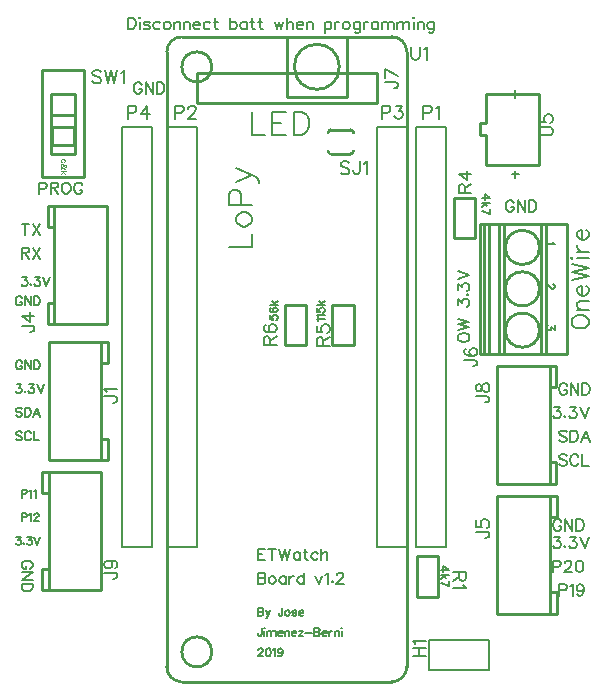
<source format=gto>
G04 Layer: TopSilkLayer*
G04 EasyEDA v6.1.49, Tue, 11 Jun 2019 08:39:05 GMT*
G04 95c1c70a206543ea8c01bf924e9efc33,195b170a8e6c43a181dcefc3e1346bee,10*
G04 Gerber Generator version 0.2*
G04 Scale: 100 percent, Rotated: No, Reflected: No *
G04 Dimensions in millimeters *
G04 leading zeros omitted , absolute positions ,3 integer and 3 decimal *
%FSLAX33Y33*%
%MOMM*%
G90*
G71D02*

%ADD10C,0.254000*%
%ADD29C,0.203200*%
%ADD30C,0.202999*%
%ADD31C,0.228600*%
%ADD32C,0.177800*%
%ADD33C,0.152400*%
%ADD34C,0.100000*%

%LPD*%
G54D10*
G01X42498Y17498D02*
G01X44479Y17498D01*
G01X41990Y27506D02*
G01X44987Y27506D01*
G01X45698Y27506D02*
G01X45698Y25702D01*
G01X46282Y25702D01*
G01X46282Y27506D01*
G01X45698Y27506D01*
G01X41278Y27506D01*
G01X41278Y17498D01*
G01X45698Y17498D01*
G01X45698Y19302D01*
G01X46282Y19302D01*
G01X46282Y17498D01*
G01X45698Y17498D01*
G01X45698Y19302D02*
G01X45698Y25702D01*
G01X6987Y41012D02*
G01X5006Y41012D01*
G01X7495Y31004D02*
G01X4498Y31004D01*
G01X3786Y31004D02*
G01X3786Y32808D01*
G01X3202Y32808D01*
G01X3202Y31004D01*
G01X3786Y31004D01*
G01X8206Y31004D01*
G01X8206Y41012D01*
G01X3786Y41012D01*
G01X3786Y39208D01*
G01X3202Y39208D01*
G01X3202Y41012D01*
G01X3786Y41012D01*
G01X3786Y39208D02*
G01X3786Y32808D01*
G01X42506Y6496D02*
G01X44487Y6496D01*
G01X41998Y16503D02*
G01X44995Y16503D01*
G01X45706Y16503D02*
G01X45706Y14700D01*
G01X46290Y14700D01*
G01X46290Y16503D01*
G01X45706Y16503D01*
G01X41287Y16503D01*
G01X41287Y6496D01*
G01X45706Y6496D01*
G01X45706Y8299D01*
G01X46290Y8299D01*
G01X46290Y6496D01*
G01X45706Y6496D01*
G01X45706Y8299D02*
G01X45706Y14700D01*
G01X6485Y18518D02*
G01X4504Y18518D01*
G01X6993Y8510D02*
G01X3996Y8510D01*
G01X3285Y8510D02*
G01X3285Y10314D01*
G01X2701Y10314D01*
G01X2701Y8510D01*
G01X3285Y8510D01*
G01X7704Y8510D01*
G01X7704Y18518D01*
G01X3285Y18518D01*
G01X3285Y16715D01*
G01X2701Y16715D01*
G01X2701Y18518D01*
G01X3285Y18518D01*
G01X3285Y16715D02*
G01X3285Y10314D01*
G54D29*
G01X36917Y12160D02*
G01X34377Y12160D01*
G01X34377Y47720D01*
G01X36917Y47720D01*
G01X36917Y45815D01*
G54D30*
G01X36917Y12160D02*
G01X36917Y45815D01*
G54D29*
G01X15835Y12160D02*
G01X13295Y12160D01*
G01X13295Y47720D01*
G01X15835Y47720D01*
G01X15835Y45815D01*
G54D30*
G01X15835Y12160D02*
G01X15835Y45815D01*
G54D29*
G01X33615Y12160D02*
G01X31075Y12160D01*
G01X31075Y47720D01*
G01X33615Y47720D01*
G01X33615Y45815D01*
G54D30*
G01X33615Y12160D02*
G01X33615Y45815D01*
G54D29*
G01X12025Y12160D02*
G01X9485Y12160D01*
G01X9485Y47720D01*
G01X12025Y47720D01*
G01X12025Y45815D01*
G54D30*
G01X12025Y12160D02*
G01X12025Y45815D01*
G54D10*
G01X31118Y52267D02*
G01X31118Y49727D01*
G01X15878Y49727D01*
G01X15878Y52267D01*
G01X31118Y52267D01*
G01X27215Y47466D02*
G01X28840Y47466D01*
G01X28840Y45434D02*
G01X27215Y45434D01*
G01X45410Y28491D02*
G01X44953Y28491D01*
G01X41879Y28491D01*
G01X41879Y39515D01*
G01X44953Y39515D01*
G01X45410Y39515D01*
G01X47162Y39515D01*
G01X47162Y28491D01*
G01X45410Y28491D01*
G01X45410Y39515D01*
G01X40584Y28491D02*
G01X40152Y28491D01*
G01X40152Y39515D01*
G01X40584Y39515D01*
G01X40584Y28491D01*
G01X41397Y28491D01*
G01X41397Y39515D01*
G01X41879Y39515D01*
G01X41879Y28491D02*
G01X41397Y28491D01*
G01X44953Y28491D02*
G01X44953Y39515D01*
G01X41397Y39515D02*
G01X40584Y39515D01*
G01X40152Y39515D02*
G01X39847Y39515D01*
G01X39847Y28491D01*
G01X40152Y28491D01*
G01X44114Y36289D02*
G01X44114Y36315D01*
G01X44114Y32809D02*
G01X44114Y32809D01*
G01X44114Y29304D02*
G01X44114Y29304D01*
G01X40298Y44502D02*
G01X40298Y46992D01*
G01X40298Y46992D02*
G01X39790Y46992D01*
G01X39790Y46992D02*
G01X39790Y48008D01*
G01X39790Y48008D02*
G01X40298Y48008D01*
G01X40298Y48008D02*
G01X40298Y50497D01*
G01X40298Y50497D02*
G01X44793Y50497D01*
G01X44793Y50497D02*
G01X44793Y44502D01*
G01X44793Y44502D02*
G01X40298Y44502D01*
G01X4509Y19496D02*
G01X6490Y19496D01*
G01X4001Y29503D02*
G01X6998Y29503D01*
G01X7709Y29503D02*
G01X7709Y27700D01*
G01X8293Y27700D01*
G01X8293Y29503D01*
G01X7709Y29503D01*
G01X3290Y29503D01*
G01X3290Y19496D01*
G01X7709Y19496D01*
G01X7709Y21299D01*
G01X8293Y21299D01*
G01X8293Y19496D01*
G01X7709Y19496D01*
G01X7709Y21299D02*
G01X7709Y27700D01*
G01X23455Y55340D02*
G01X23455Y50260D01*
G01X28535Y50260D01*
G01X28535Y55340D01*
G01X23455Y55340D01*
G01X13295Y54070D02*
G01X13295Y2000D01*
G01X14565Y730D02*
G01X32345Y730D01*
G01X33615Y2000D02*
G01X33615Y54070D01*
G01X32345Y55340D02*
G01X14565Y55340D01*
G54D31*
G01X37600Y38300D02*
G01X37600Y41700D01*
G01X39399Y41700D01*
G01X39399Y38300D01*
G01X37600Y38300D01*
G01X27307Y29220D02*
G01X27307Y32620D01*
G01X29107Y32620D01*
G01X29107Y29220D01*
G01X27307Y29220D01*
G01X25106Y32622D02*
G01X25106Y29222D01*
G01X23306Y29222D01*
G01X23306Y32622D01*
G01X25106Y32622D01*
G54D29*
G01X40540Y4270D02*
G01X40540Y1730D01*
G01X35460Y1730D01*
G01X35460Y4270D01*
G01X37365Y4270D01*
G54D30*
G01X40540Y4270D02*
G01X37365Y4270D01*
G54D31*
G01X36259Y11350D02*
G01X36259Y7950D01*
G01X34459Y7950D01*
G01X34459Y11350D01*
G01X36259Y11350D01*
G54D10*
G01X5399Y47700D02*
G01X5399Y46200D01*
G01X3599Y46200D01*
G01X3599Y47700D01*
G01X5399Y47700D01*
G01X5515Y48762D02*
G01X3483Y48762D01*
G01X5515Y50540D02*
G01X5515Y45460D01*
G01X3483Y45460D01*
G01X3483Y50540D01*
G01X5515Y50540D01*
G01X2699Y43500D02*
G01X2699Y52500D01*
G01X2699Y52500D02*
G01X6299Y52500D01*
G01X6300Y43500D02*
G01X2699Y43500D01*
G01X6300Y52500D02*
G01X6299Y43500D01*
G54D32*
G01X39499Y24930D02*
G01X40330Y24930D01*
G01X40485Y24877D01*
G01X40538Y24826D01*
G01X40589Y24722D01*
G01X40589Y24618D01*
G01X40538Y24514D01*
G01X40485Y24460D01*
G01X40330Y24410D01*
G01X40226Y24410D01*
G01X39499Y25532D02*
G01X39550Y25375D01*
G01X39654Y25324D01*
G01X39758Y25324D01*
G01X39863Y25375D01*
G01X39913Y25479D01*
G01X39967Y25687D01*
G01X40018Y25845D01*
G01X40122Y25946D01*
G01X40226Y26000D01*
G01X40381Y26000D01*
G01X40485Y25946D01*
G01X40538Y25895D01*
G01X40589Y25740D01*
G01X40589Y25532D01*
G01X40538Y25375D01*
G01X40485Y25324D01*
G01X40381Y25273D01*
G01X40226Y25273D01*
G01X40122Y25324D01*
G01X40018Y25428D01*
G01X39967Y25583D01*
G01X39913Y25791D01*
G01X39863Y25895D01*
G01X39758Y25946D01*
G01X39654Y25946D01*
G01X39550Y25895D01*
G01X39499Y25740D01*
G01X39499Y25532D01*
G01X999Y30879D02*
G01X1830Y30879D01*
G01X1985Y30826D01*
G01X2038Y30775D01*
G01X2089Y30671D01*
G01X2089Y30567D01*
G01X2038Y30463D01*
G01X1985Y30410D01*
G01X1830Y30359D01*
G01X1726Y30359D01*
G01X999Y31741D02*
G01X1726Y31222D01*
G01X1726Y32000D01*
G01X999Y31741D02*
G01X2089Y31741D01*
G01X39499Y13430D02*
G01X40330Y13430D01*
G01X40485Y13377D01*
G01X40538Y13326D01*
G01X40589Y13222D01*
G01X40589Y13118D01*
G01X40538Y13014D01*
G01X40485Y12960D01*
G01X40330Y12910D01*
G01X40226Y12910D01*
G01X39499Y14396D02*
G01X39499Y13875D01*
G01X39967Y13824D01*
G01X39913Y13875D01*
G01X39863Y14032D01*
G01X39863Y14187D01*
G01X39913Y14345D01*
G01X40018Y14446D01*
G01X40173Y14500D01*
G01X40277Y14500D01*
G01X40434Y14446D01*
G01X40538Y14345D01*
G01X40589Y14187D01*
G01X40589Y14032D01*
G01X40538Y13875D01*
G01X40485Y13824D01*
G01X40381Y13773D01*
G01X8000Y9984D02*
G01X8830Y9984D01*
G01X8985Y9930D01*
G01X9038Y9879D01*
G01X9089Y9775D01*
G01X9089Y9671D01*
G01X9038Y9567D01*
G01X8985Y9514D01*
G01X8830Y9463D01*
G01X8726Y9463D01*
G01X8363Y11000D02*
G01X8518Y10949D01*
G01X8622Y10845D01*
G01X8673Y10690D01*
G01X8673Y10637D01*
G01X8622Y10481D01*
G01X8518Y10377D01*
G01X8363Y10327D01*
G01X8309Y10327D01*
G01X8154Y10377D01*
G01X8050Y10481D01*
G01X8000Y10637D01*
G01X8000Y10690D01*
G01X8050Y10845D01*
G01X8154Y10949D01*
G01X8363Y11000D01*
G01X8622Y11000D01*
G01X8881Y10949D01*
G01X9038Y10845D01*
G01X9089Y10690D01*
G01X9089Y10586D01*
G01X9038Y10428D01*
G01X8934Y10377D01*
G01X34999Y49500D02*
G01X34999Y48410D01*
G01X34999Y49500D02*
G01X35467Y49500D01*
G01X35622Y49449D01*
G01X35675Y49398D01*
G01X35726Y49294D01*
G01X35726Y49136D01*
G01X35675Y49032D01*
G01X35622Y48981D01*
G01X35467Y48928D01*
G01X34999Y48928D01*
G01X36069Y49294D02*
G01X36173Y49345D01*
G01X36330Y49500D01*
G01X36330Y48410D01*
G01X14000Y49500D02*
G01X14000Y48410D01*
G01X14000Y49500D02*
G01X14467Y49500D01*
G01X14622Y49449D01*
G01X14675Y49398D01*
G01X14726Y49294D01*
G01X14726Y49136D01*
G01X14675Y49032D01*
G01X14622Y48981D01*
G01X14467Y48928D01*
G01X14000Y48928D01*
G01X15122Y49241D02*
G01X15122Y49294D01*
G01X15173Y49398D01*
G01X15226Y49449D01*
G01X15331Y49500D01*
G01X15536Y49500D01*
G01X15640Y49449D01*
G01X15694Y49398D01*
G01X15745Y49294D01*
G01X15745Y49190D01*
G01X15694Y49086D01*
G01X15590Y48928D01*
G01X15069Y48410D01*
G01X15798Y48410D01*
G01X31499Y49500D02*
G01X31499Y48410D01*
G01X31499Y49500D02*
G01X31967Y49500D01*
G01X32122Y49449D01*
G01X32175Y49398D01*
G01X32226Y49294D01*
G01X32226Y49136D01*
G01X32175Y49032D01*
G01X32122Y48981D01*
G01X31967Y48928D01*
G01X31499Y48928D01*
G01X32673Y49500D02*
G01X33244Y49500D01*
G01X32935Y49086D01*
G01X33090Y49086D01*
G01X33194Y49032D01*
G01X33244Y48981D01*
G01X33298Y48827D01*
G01X33298Y48722D01*
G01X33244Y48565D01*
G01X33140Y48461D01*
G01X32985Y48410D01*
G01X32830Y48410D01*
G01X32673Y48461D01*
G01X32622Y48514D01*
G01X32569Y48618D01*
G01X9999Y49500D02*
G01X9999Y48410D01*
G01X9999Y49500D02*
G01X10467Y49500D01*
G01X10622Y49449D01*
G01X10675Y49398D01*
G01X10726Y49294D01*
G01X10726Y49136D01*
G01X10675Y49032D01*
G01X10622Y48981D01*
G01X10467Y48928D01*
G01X9999Y48928D01*
G01X11590Y49500D02*
G01X11069Y48773D01*
G01X11849Y48773D01*
G01X11590Y49500D02*
G01X11590Y48410D01*
G01X31766Y51516D02*
G01X32596Y51516D01*
G01X32751Y51462D01*
G01X32804Y51412D01*
G01X32855Y51307D01*
G01X32855Y51203D01*
G01X32804Y51099D01*
G01X32751Y51046D01*
G01X32596Y50995D01*
G01X32492Y50995D01*
G01X31766Y52585D02*
G01X32855Y52064D01*
G01X31766Y51859D02*
G01X31766Y52585D01*
G01X28754Y44631D02*
G01X28650Y44735D01*
G01X28495Y44786D01*
G01X28287Y44786D01*
G01X28132Y44735D01*
G01X28027Y44631D01*
G01X28027Y44527D01*
G01X28078Y44423D01*
G01X28132Y44372D01*
G01X28236Y44319D01*
G01X28548Y44214D01*
G01X28650Y44164D01*
G01X28703Y44113D01*
G01X28754Y44009D01*
G01X28754Y43851D01*
G01X28650Y43747D01*
G01X28495Y43696D01*
G01X28287Y43696D01*
G01X28132Y43747D01*
G01X28027Y43851D01*
G01X29618Y44786D02*
G01X29618Y43955D01*
G01X29564Y43800D01*
G01X29513Y43747D01*
G01X29409Y43696D01*
G01X29305Y43696D01*
G01X29201Y43747D01*
G01X29150Y43800D01*
G01X29097Y43955D01*
G01X29097Y44059D01*
G01X29960Y44580D02*
G01X30065Y44631D01*
G01X30220Y44786D01*
G01X30220Y43696D01*
G01X38499Y27984D02*
G01X39330Y27984D01*
G01X39485Y27930D01*
G01X39538Y27880D01*
G01X39589Y27775D01*
G01X39589Y27671D01*
G01X39538Y27567D01*
G01X39485Y27514D01*
G01X39330Y27463D01*
G01X39226Y27463D01*
G01X38654Y28949D02*
G01X38550Y28898D01*
G01X38499Y28741D01*
G01X38499Y28636D01*
G01X38550Y28481D01*
G01X38705Y28377D01*
G01X38967Y28327D01*
G01X39226Y28327D01*
G01X39434Y28377D01*
G01X39538Y28481D01*
G01X39589Y28636D01*
G01X39589Y28690D01*
G01X39538Y28845D01*
G01X39434Y28949D01*
G01X39277Y29000D01*
G01X39226Y29000D01*
G01X39071Y28949D01*
G01X38967Y28845D01*
G01X38913Y28690D01*
G01X38913Y28636D01*
G01X38967Y28481D01*
G01X39071Y28377D01*
G01X39226Y28327D01*
G54D33*
G01X45991Y37966D02*
G01X46027Y37897D01*
G01X46131Y37793D01*
G01X45402Y37793D01*
G01X45956Y34425D02*
G01X45991Y34425D01*
G01X46060Y34392D01*
G01X46096Y34356D01*
G01X46131Y34288D01*
G01X46131Y34148D01*
G01X46096Y34079D01*
G01X46060Y34044D01*
G01X45991Y34011D01*
G01X45923Y34011D01*
G01X45854Y34044D01*
G01X45750Y34115D01*
G01X45402Y34460D01*
G01X45402Y33975D01*
G01X46131Y30912D02*
G01X46131Y30531D01*
G01X45854Y30739D01*
G01X45854Y30635D01*
G01X45819Y30564D01*
G01X45783Y30531D01*
G01X45679Y30495D01*
G01X45610Y30495D01*
G01X45506Y30531D01*
G01X45438Y30600D01*
G01X45402Y30704D01*
G01X45402Y30808D01*
G01X45438Y30912D01*
G01X45473Y30945D01*
G01X45542Y30981D01*
G01X44893Y46992D02*
G01X45670Y46992D01*
G01X45827Y47042D01*
G01X45931Y47147D01*
G01X45982Y47304D01*
G01X45982Y47408D01*
G01X45931Y47563D01*
G01X45827Y47667D01*
G01X45670Y47718D01*
G01X44893Y47718D01*
G01X44893Y48686D02*
G01X44893Y48165D01*
G01X45360Y48114D01*
G01X45307Y48165D01*
G01X45256Y48323D01*
G01X45256Y48478D01*
G01X45307Y48632D01*
G01X45411Y48737D01*
G01X45566Y48790D01*
G01X45670Y48790D01*
G01X45827Y48737D01*
G01X45931Y48632D01*
G01X45982Y48478D01*
G01X45982Y48323D01*
G01X45931Y48165D01*
G01X45878Y48114D01*
G01X45774Y48061D01*
G01X43124Y43687D02*
G01X42500Y43687D01*
G01X42812Y44000D02*
G01X42812Y43377D01*
G01X42761Y50802D02*
G01X42761Y50179D01*
G01X8000Y24898D02*
G01X8830Y24898D01*
G01X8985Y24844D01*
G01X9038Y24794D01*
G01X9089Y24689D01*
G01X9089Y24585D01*
G01X9038Y24481D01*
G01X8985Y24428D01*
G01X8830Y24377D01*
G01X8726Y24377D01*
G01X8205Y25241D02*
G01X8154Y25342D01*
G01X8000Y25500D01*
G01X9089Y25500D01*
G54D32*
G01X33999Y54500D02*
G01X33999Y53722D01*
G01X34050Y53565D01*
G01X34154Y53461D01*
G01X34312Y53410D01*
G01X34416Y53410D01*
G01X34571Y53461D01*
G01X34675Y53565D01*
G01X34726Y53722D01*
G01X34726Y54500D01*
G01X35069Y54294D02*
G01X35173Y54345D01*
G01X35330Y54500D01*
G01X35330Y53410D01*
G54D29*
G01X18538Y37560D02*
G01X20476Y37560D01*
G01X20476Y37560D02*
G01X20476Y38667D01*
G01X19183Y39739D02*
G01X19277Y39554D01*
G01X19460Y39371D01*
G01X19737Y39277D01*
G01X19922Y39277D01*
G01X20199Y39371D01*
G01X20385Y39554D01*
G01X20476Y39739D01*
G01X20476Y40016D01*
G01X20385Y40201D01*
G01X20199Y40387D01*
G01X19922Y40478D01*
G01X19737Y40478D01*
G01X19460Y40387D01*
G01X19277Y40201D01*
G01X19183Y40016D01*
G01X19183Y39739D01*
G01X18538Y41088D02*
G01X20476Y41088D01*
G01X18538Y41088D02*
G01X18538Y41918D01*
G01X18629Y42195D01*
G01X18721Y42289D01*
G01X18906Y42381D01*
G01X19183Y42381D01*
G01X19369Y42289D01*
G01X19460Y42195D01*
G01X19554Y41918D01*
G01X19554Y41088D01*
G01X19183Y43084D02*
G01X20476Y43638D01*
G01X19183Y44192D02*
G01X20476Y43638D01*
G01X20847Y43452D01*
G01X21030Y43267D01*
G01X21124Y43084D01*
G01X21124Y42990D01*
G54D33*
G01X38000Y42150D02*
G01X39092Y42150D01*
G01X38000Y42150D02*
G01X38000Y42618D01*
G01X38053Y42773D01*
G01X38104Y42826D01*
G01X38208Y42877D01*
G01X38312Y42877D01*
G01X38416Y42826D01*
G01X38467Y42773D01*
G01X38520Y42618D01*
G01X38520Y42150D01*
G01X38520Y42514D02*
G01X39092Y42877D01*
G01X38000Y43741D02*
G01X38729Y43220D01*
G01X38729Y44000D01*
G01X38000Y43741D02*
G01X39092Y43741D01*
G01X40668Y41680D02*
G01X40223Y42000D01*
G01X40223Y41522D01*
G01X40668Y41680D02*
G01X40000Y41680D01*
G01X40668Y41311D02*
G01X40000Y41311D01*
G01X40447Y40994D02*
G01X40127Y41311D01*
G01X40256Y41184D02*
G01X40000Y40961D01*
G01X40668Y40305D02*
G01X40000Y40623D01*
G01X40668Y40750D02*
G01X40668Y40305D01*
G01X25999Y29201D02*
G01X27092Y29201D01*
G01X25999Y29201D02*
G01X25999Y29669D01*
G01X26053Y29824D01*
G01X26104Y29877D01*
G01X26208Y29928D01*
G01X26312Y29928D01*
G01X26416Y29877D01*
G01X26467Y29824D01*
G01X26520Y29669D01*
G01X26520Y29201D01*
G01X26520Y29565D02*
G01X27092Y29928D01*
G01X25999Y30895D02*
G01X25999Y30375D01*
G01X26467Y30324D01*
G01X26416Y30375D01*
G01X26363Y30532D01*
G01X26363Y30687D01*
G01X26416Y30842D01*
G01X26520Y30946D01*
G01X26675Y31000D01*
G01X26779Y31000D01*
G01X26934Y30946D01*
G01X27038Y30842D01*
G01X27092Y30687D01*
G01X27092Y30532D01*
G01X27038Y30375D01*
G01X26988Y30324D01*
G01X26883Y30271D01*
G01X26126Y31257D02*
G01X26096Y31321D01*
G01X25999Y31417D01*
G01X26668Y31417D01*
G01X26126Y31625D02*
G01X26096Y31689D01*
G01X25999Y31786D01*
G01X26668Y31786D01*
G01X25999Y32377D02*
G01X25999Y32060D01*
G01X26287Y32027D01*
G01X26253Y32060D01*
G01X26223Y32154D01*
G01X26223Y32250D01*
G01X26253Y32344D01*
G01X26320Y32408D01*
G01X26414Y32441D01*
G01X26477Y32441D01*
G01X26574Y32408D01*
G01X26637Y32344D01*
G01X26668Y32250D01*
G01X26668Y32154D01*
G01X26637Y32060D01*
G01X26604Y32027D01*
G01X26541Y31996D01*
G01X25999Y32652D02*
G01X26668Y32652D01*
G01X26223Y32969D02*
G01X26541Y32652D01*
G01X26414Y32779D02*
G01X26668Y33000D01*
G01X21499Y29255D02*
G01X22592Y29255D01*
G01X21499Y29255D02*
G01X21499Y29722D01*
G01X21553Y29877D01*
G01X21604Y29930D01*
G01X21708Y29981D01*
G01X21812Y29981D01*
G01X21916Y29930D01*
G01X21967Y29877D01*
G01X22020Y29722D01*
G01X22020Y29255D01*
G01X22020Y29618D02*
G01X22592Y29981D01*
G01X21657Y30949D02*
G01X21553Y30895D01*
G01X21499Y30741D01*
G01X21499Y30636D01*
G01X21553Y30481D01*
G01X21708Y30377D01*
G01X21967Y30324D01*
G01X22228Y30324D01*
G01X22434Y30377D01*
G01X22538Y30481D01*
G01X22592Y30636D01*
G01X22592Y30690D01*
G01X22538Y30845D01*
G01X22434Y30949D01*
G01X22279Y31000D01*
G01X22228Y31000D01*
G01X22071Y30949D01*
G01X21967Y30845D01*
G01X21916Y30690D01*
G01X21916Y30636D01*
G01X21967Y30481D01*
G01X22071Y30377D01*
G01X22228Y30324D01*
G01X21999Y31752D02*
G01X21999Y31432D01*
G01X22287Y31402D01*
G01X22253Y31432D01*
G01X22223Y31529D01*
G01X22223Y31623D01*
G01X22253Y31719D01*
G01X22320Y31783D01*
G01X22414Y31816D01*
G01X22477Y31816D01*
G01X22574Y31783D01*
G01X22637Y31719D01*
G01X22668Y31623D01*
G01X22668Y31529D01*
G01X22637Y31432D01*
G01X22604Y31402D01*
G01X22541Y31369D01*
G01X22096Y32408D02*
G01X22033Y32375D01*
G01X21999Y32278D01*
G01X21999Y32215D01*
G01X22033Y32121D01*
G01X22126Y32057D01*
G01X22287Y32024D01*
G01X22447Y32024D01*
G01X22574Y32057D01*
G01X22637Y32121D01*
G01X22668Y32215D01*
G01X22668Y32248D01*
G01X22637Y32344D01*
G01X22574Y32408D01*
G01X22477Y32438D01*
G01X22447Y32438D01*
G01X22350Y32408D01*
G01X22287Y32344D01*
G01X22253Y32248D01*
G01X22253Y32215D01*
G01X22287Y32121D01*
G01X22350Y32057D01*
G01X22447Y32024D01*
G01X21999Y32649D02*
G01X22668Y32649D01*
G01X22223Y32967D02*
G01X22541Y32649D01*
G01X22414Y32776D02*
G01X22668Y33000D01*
G01X34116Y2873D02*
G01X35206Y2873D01*
G01X34116Y3599D02*
G01X35206Y3599D01*
G01X34634Y2873D02*
G01X34634Y3599D01*
G01X34322Y3942D02*
G01X34271Y4046D01*
G01X34116Y4204D01*
G01X35206Y4204D01*
G01X38592Y10000D02*
G01X37500Y10000D01*
G01X38592Y10000D02*
G01X38592Y9532D01*
G01X38538Y9377D01*
G01X38488Y9324D01*
G01X38383Y9273D01*
G01X38279Y9273D01*
G01X38175Y9324D01*
G01X38124Y9377D01*
G01X38071Y9532D01*
G01X38071Y10000D01*
G01X38071Y9636D02*
G01X37500Y9273D01*
G01X38383Y8930D02*
G01X38434Y8826D01*
G01X38592Y8669D01*
G01X37500Y8669D01*
G01X37167Y10182D02*
G01X36720Y10500D01*
G01X36720Y10022D01*
G01X37167Y10182D02*
G01X36499Y10182D01*
G01X37167Y9814D02*
G01X36499Y9814D01*
G01X36944Y9494D02*
G01X36626Y9814D01*
G01X36753Y9687D02*
G01X36499Y9463D01*
G01X37167Y8808D02*
G01X36499Y9126D01*
G01X37167Y9253D02*
G01X37167Y8808D01*
G01X7726Y52345D02*
G01X7622Y52449D01*
G01X7467Y52500D01*
G01X7259Y52500D01*
G01X7104Y52449D01*
G01X6999Y52345D01*
G01X6999Y52241D01*
G01X7050Y52136D01*
G01X7104Y52086D01*
G01X7208Y52032D01*
G01X7520Y51928D01*
G01X7622Y51877D01*
G01X7675Y51824D01*
G01X7726Y51720D01*
G01X7726Y51565D01*
G01X7622Y51461D01*
G01X7467Y51410D01*
G01X7259Y51410D01*
G01X7104Y51461D01*
G01X6999Y51565D01*
G01X8069Y52500D02*
G01X8330Y51410D01*
G01X8590Y52500D02*
G01X8330Y51410D01*
G01X8590Y52500D02*
G01X8849Y51410D01*
G01X9108Y52500D02*
G01X8849Y51410D01*
G01X9451Y52291D02*
G01X9555Y52345D01*
G01X9712Y52500D01*
G01X9712Y51410D01*
G54D34*
G01X4571Y44728D02*
G01X4617Y44771D01*
G01X4639Y44817D01*
G01X4639Y44885D01*
G01X4617Y44931D01*
G01X4571Y44977D01*
G01X4502Y45000D01*
G01X4459Y45000D01*
G01X4391Y44977D01*
G01X4345Y44931D01*
G01X4322Y44885D01*
G01X4322Y44817D01*
G01X4345Y44771D01*
G01X4391Y44728D01*
G01X4594Y44123D02*
G01X4617Y44123D01*
G01X4639Y44144D01*
G01X4639Y44167D01*
G01X4617Y44189D01*
G01X4571Y44212D01*
G01X4459Y44258D01*
G01X4391Y44304D01*
G01X4345Y44349D01*
G01X4322Y44395D01*
G01X4322Y44487D01*
G01X4345Y44532D01*
G01X4368Y44555D01*
G01X4413Y44575D01*
G01X4459Y44575D01*
G01X4502Y44555D01*
G01X4525Y44532D01*
G01X4617Y44372D01*
G01X4639Y44349D01*
G01X4685Y44327D01*
G01X4731Y44327D01*
G01X4777Y44349D01*
G01X4800Y44395D01*
G01X4777Y44441D01*
G01X4731Y44464D01*
G01X4685Y44464D01*
G01X4617Y44441D01*
G01X4548Y44395D01*
G01X4391Y44281D01*
G01X4345Y44235D01*
G01X4322Y44189D01*
G01X4322Y44144D01*
G01X4345Y44123D01*
G01X4368Y44123D01*
G01X4800Y43971D02*
G01X4322Y43971D01*
G01X4639Y43745D02*
G01X4413Y43971D01*
G01X4502Y43882D02*
G01X4322Y43722D01*
G54D29*
G01X21000Y12000D02*
G01X21000Y11045D01*
G01X21000Y12000D02*
G01X21591Y12000D01*
G01X21000Y11545D02*
G01X21363Y11545D01*
G01X21000Y11045D02*
G01X21591Y11045D01*
G01X22209Y12000D02*
G01X22209Y11045D01*
G01X21891Y12000D02*
G01X22526Y12000D01*
G01X22826Y12000D02*
G01X23054Y11045D01*
G01X23280Y12000D02*
G01X23054Y11045D01*
G01X23280Y12000D02*
G01X23509Y11045D01*
G01X23735Y12000D02*
G01X23509Y11045D01*
G01X24581Y11682D02*
G01X24581Y11045D01*
G01X24581Y11545D02*
G01X24489Y11636D01*
G01X24401Y11682D01*
G01X24263Y11682D01*
G01X24172Y11636D01*
G01X24081Y11545D01*
G01X24035Y11408D01*
G01X24035Y11316D01*
G01X24081Y11182D01*
G01X24172Y11090D01*
G01X24263Y11045D01*
G01X24401Y11045D01*
G01X24489Y11090D01*
G01X24581Y11182D01*
G01X25018Y12000D02*
G01X25018Y11227D01*
G01X25064Y11090D01*
G01X25155Y11045D01*
G01X25244Y11045D01*
G01X24881Y11682D02*
G01X25198Y11682D01*
G01X26090Y11545D02*
G01X25998Y11636D01*
G01X25909Y11682D01*
G01X25772Y11682D01*
G01X25681Y11636D01*
G01X25589Y11545D01*
G01X25544Y11408D01*
G01X25544Y11316D01*
G01X25589Y11182D01*
G01X25681Y11090D01*
G01X25772Y11045D01*
G01X25909Y11045D01*
G01X25998Y11090D01*
G01X26090Y11182D01*
G01X26389Y12000D02*
G01X26389Y11045D01*
G01X26389Y11499D02*
G01X26527Y11636D01*
G01X26618Y11682D01*
G01X26753Y11682D01*
G01X26844Y11636D01*
G01X26890Y11499D01*
G01X26890Y11045D01*
G01X21000Y9983D02*
G01X21000Y9028D01*
G01X21000Y9983D02*
G01X21408Y9983D01*
G01X21546Y9937D01*
G01X21591Y9891D01*
G01X21635Y9803D01*
G01X21635Y9711D01*
G01X21591Y9620D01*
G01X21546Y9574D01*
G01X21408Y9528D01*
G01X21000Y9528D02*
G01X21408Y9528D01*
G01X21546Y9483D01*
G01X21591Y9437D01*
G01X21635Y9348D01*
G01X21635Y9211D01*
G01X21591Y9119D01*
G01X21546Y9074D01*
G01X21408Y9028D01*
G01X21000Y9028D01*
G01X22163Y9665D02*
G01X22071Y9620D01*
G01X21980Y9528D01*
G01X21937Y9391D01*
G01X21937Y9302D01*
G01X21980Y9165D01*
G01X22071Y9074D01*
G01X22163Y9028D01*
G01X22300Y9028D01*
G01X22391Y9074D01*
G01X22480Y9165D01*
G01X22526Y9302D01*
G01X22526Y9391D01*
G01X22480Y9528D01*
G01X22391Y9620D01*
G01X22300Y9665D01*
G01X22163Y9665D01*
G01X23372Y9665D02*
G01X23372Y9028D01*
G01X23372Y9528D02*
G01X23280Y9620D01*
G01X23189Y9665D01*
G01X23054Y9665D01*
G01X22963Y9620D01*
G01X22871Y9528D01*
G01X22826Y9391D01*
G01X22826Y9302D01*
G01X22871Y9165D01*
G01X22963Y9074D01*
G01X23054Y9028D01*
G01X23189Y9028D01*
G01X23280Y9074D01*
G01X23372Y9165D01*
G01X23672Y9665D02*
G01X23672Y9028D01*
G01X23672Y9391D02*
G01X23717Y9528D01*
G01X23809Y9620D01*
G01X23900Y9665D01*
G01X24035Y9665D01*
G01X24881Y9983D02*
G01X24881Y9028D01*
G01X24881Y9528D02*
G01X24789Y9620D01*
G01X24700Y9665D01*
G01X24563Y9665D01*
G01X24472Y9620D01*
G01X24380Y9528D01*
G01X24335Y9391D01*
G01X24335Y9302D01*
G01X24380Y9165D01*
G01X24472Y9074D01*
G01X24563Y9028D01*
G01X24700Y9028D01*
G01X24789Y9074D01*
G01X24881Y9165D01*
G01X25881Y9665D02*
G01X26153Y9028D01*
G01X26427Y9665D02*
G01X26153Y9028D01*
G01X26727Y9803D02*
G01X26819Y9846D01*
G01X26953Y9983D01*
G01X26953Y9028D01*
G01X27299Y9256D02*
G01X27253Y9211D01*
G01X27299Y9165D01*
G01X27344Y9211D01*
G01X27299Y9256D01*
G01X27690Y9757D02*
G01X27690Y9803D01*
G01X27736Y9891D01*
G01X27781Y9937D01*
G01X27873Y9983D01*
G01X28053Y9983D01*
G01X28145Y9937D01*
G01X28190Y9891D01*
G01X28236Y9803D01*
G01X28236Y9711D01*
G01X28190Y9620D01*
G01X28099Y9483D01*
G01X27644Y9028D01*
G01X28282Y9028D01*
G01X47570Y31062D02*
G01X47639Y30922D01*
G01X47779Y30785D01*
G01X47916Y30714D01*
G01X48124Y30645D01*
G01X48470Y30645D01*
G01X48678Y30714D01*
G01X48818Y30785D01*
G01X48955Y30922D01*
G01X49023Y31062D01*
G01X49023Y31339D01*
G01X48955Y31476D01*
G01X48818Y31616D01*
G01X48678Y31684D01*
G01X48470Y31753D01*
G01X48124Y31753D01*
G01X47916Y31684D01*
G01X47779Y31616D01*
G01X47639Y31476D01*
G01X47570Y31339D01*
G01X47570Y31062D01*
G01X48056Y32210D02*
G01X49023Y32210D01*
G01X48332Y32210D02*
G01X48124Y32418D01*
G01X48056Y32558D01*
G01X48056Y32766D01*
G01X48124Y32904D01*
G01X48332Y32972D01*
G01X49023Y32972D01*
G01X48470Y33429D02*
G01X48470Y34262D01*
G01X48332Y34262D01*
G01X48193Y34191D01*
G01X48124Y34123D01*
G01X48056Y33986D01*
G01X48056Y33777D01*
G01X48124Y33638D01*
G01X48261Y33500D01*
G01X48470Y33429D01*
G01X48609Y33429D01*
G01X48818Y33500D01*
G01X48955Y33638D01*
G01X49023Y33777D01*
G01X49023Y33986D01*
G01X48955Y34123D01*
G01X48818Y34262D01*
G01X47570Y34720D02*
G01X49023Y35065D01*
G01X47570Y35411D02*
G01X49023Y35065D01*
G01X47570Y35411D02*
G01X49023Y35759D01*
G01X47570Y36104D02*
G01X49023Y35759D01*
G01X47570Y36561D02*
G01X47639Y36630D01*
G01X47570Y36701D01*
G01X47499Y36630D01*
G01X47570Y36561D01*
G01X48056Y36630D02*
G01X49023Y36630D01*
G01X48056Y37158D02*
G01X49023Y37158D01*
G01X48470Y37158D02*
G01X48261Y37227D01*
G01X48124Y37364D01*
G01X48056Y37503D01*
G01X48056Y37712D01*
G01X48470Y38169D02*
G01X48470Y39000D01*
G01X48332Y39000D01*
G01X48193Y38931D01*
G01X48124Y38862D01*
G01X48056Y38723D01*
G01X48056Y38514D01*
G01X48124Y38377D01*
G01X48261Y38238D01*
G01X48470Y38169D01*
G01X48609Y38169D01*
G01X48818Y38238D01*
G01X48955Y38377D01*
G01X49023Y38514D01*
G01X49023Y38723D01*
G01X48955Y38862D01*
G01X48818Y39000D01*
G01X11193Y51268D02*
G01X11147Y51362D01*
G01X11053Y51454D01*
G01X10962Y51500D01*
G01X10776Y51500D01*
G01X10685Y51454D01*
G01X10591Y51362D01*
G01X10545Y51268D01*
G01X10499Y51131D01*
G01X10499Y50900D01*
G01X10545Y50760D01*
G01X10591Y50669D01*
G01X10685Y50578D01*
G01X10776Y50529D01*
G01X10962Y50529D01*
G01X11053Y50578D01*
G01X11147Y50669D01*
G01X11193Y50760D01*
G01X11193Y50900D01*
G01X10962Y50900D02*
G01X11193Y50900D01*
G01X11498Y51500D02*
G01X11498Y50529D01*
G01X11498Y51500D02*
G01X12143Y50529D01*
G01X12143Y51500D02*
G01X12143Y50529D01*
G01X12448Y51500D02*
G01X12448Y50529D01*
G01X12448Y51500D02*
G01X12773Y51500D01*
G01X12910Y51454D01*
G01X13001Y51362D01*
G01X13050Y51268D01*
G01X13095Y51131D01*
G01X13095Y50900D01*
G01X13050Y50760D01*
G01X13001Y50669D01*
G01X12910Y50578D01*
G01X12773Y50529D01*
G01X12448Y50529D01*
G01X1739Y10306D02*
G01X1833Y10352D01*
G01X1924Y10446D01*
G01X1970Y10537D01*
G01X1970Y10723D01*
G01X1924Y10814D01*
G01X1833Y10908D01*
G01X1739Y10954D01*
G01X1601Y11000D01*
G01X1370Y11000D01*
G01X1231Y10954D01*
G01X1139Y10908D01*
G01X1048Y10814D01*
G01X999Y10723D01*
G01X999Y10537D01*
G01X1048Y10446D01*
G01X1139Y10352D01*
G01X1231Y10306D01*
G01X1370Y10306D01*
G01X1370Y10537D02*
G01X1370Y10306D01*
G01X1970Y10001D02*
G01X999Y10001D01*
G01X1970Y10001D02*
G01X999Y9356D01*
G01X1970Y9356D02*
G01X999Y9356D01*
G01X1970Y9051D02*
G01X999Y9051D01*
G01X1970Y9051D02*
G01X1970Y8726D01*
G01X1924Y8589D01*
G01X1833Y8498D01*
G01X1739Y8449D01*
G01X1601Y8404D01*
G01X1370Y8404D01*
G01X1231Y8449D01*
G01X1139Y8498D01*
G01X1048Y8589D01*
G01X999Y8726D01*
G01X999Y9051D01*
G01X1040Y33204D02*
G01X1004Y33277D01*
G01X931Y33348D01*
G01X860Y33384D01*
G01X712Y33384D01*
G01X641Y33348D01*
G01X568Y33277D01*
G01X532Y33204D01*
G01X496Y33094D01*
G01X496Y32911D01*
G01X532Y32802D01*
G01X568Y32731D01*
G01X641Y32657D01*
G01X712Y32622D01*
G01X860Y32622D01*
G01X931Y32657D01*
G01X1004Y32731D01*
G01X1040Y32802D01*
G01X1040Y32911D01*
G01X860Y32911D02*
G01X1040Y32911D01*
G01X1281Y33384D02*
G01X1281Y32622D01*
G01X1281Y33384D02*
G01X1789Y32622D01*
G01X1789Y33384D02*
G01X1789Y32622D01*
G01X2031Y33384D02*
G01X2031Y32622D01*
G01X2031Y33384D02*
G01X2285Y33384D01*
G01X2394Y33348D01*
G01X2465Y33277D01*
G01X2503Y33204D01*
G01X2539Y33094D01*
G01X2539Y32911D01*
G01X2503Y32802D01*
G01X2465Y32731D01*
G01X2394Y32657D01*
G01X2285Y32622D01*
G01X2031Y32622D01*
G01X47193Y25768D02*
G01X47147Y25862D01*
G01X47053Y25954D01*
G01X46962Y26000D01*
G01X46776Y26000D01*
G01X46685Y25954D01*
G01X46591Y25862D01*
G01X46545Y25768D01*
G01X46499Y25631D01*
G01X46499Y25400D01*
G01X46545Y25260D01*
G01X46591Y25169D01*
G01X46685Y25078D01*
G01X46776Y25029D01*
G01X46962Y25029D01*
G01X47053Y25078D01*
G01X47147Y25169D01*
G01X47193Y25260D01*
G01X47193Y25400D01*
G01X46962Y25400D02*
G01X47193Y25400D01*
G01X47498Y26000D02*
G01X47498Y25029D01*
G01X47498Y26000D02*
G01X48143Y25029D01*
G01X48143Y26000D02*
G01X48143Y25029D01*
G01X48448Y26000D02*
G01X48448Y25029D01*
G01X48448Y26000D02*
G01X48773Y26000D01*
G01X48910Y25954D01*
G01X49001Y25862D01*
G01X49050Y25768D01*
G01X49095Y25631D01*
G01X49095Y25400D01*
G01X49050Y25260D01*
G01X49001Y25169D01*
G01X48910Y25078D01*
G01X48773Y25029D01*
G01X48448Y25029D01*
G01X46693Y14269D02*
G01X46647Y14363D01*
G01X46553Y14454D01*
G01X46462Y14500D01*
G01X46276Y14500D01*
G01X46185Y14454D01*
G01X46091Y14363D01*
G01X46045Y14269D01*
G01X45999Y14131D01*
G01X45999Y13900D01*
G01X46045Y13761D01*
G01X46091Y13669D01*
G01X46185Y13578D01*
G01X46276Y13529D01*
G01X46462Y13529D01*
G01X46553Y13578D01*
G01X46647Y13669D01*
G01X46693Y13761D01*
G01X46693Y13900D01*
G01X46462Y13900D02*
G01X46693Y13900D01*
G01X46997Y14500D02*
G01X46997Y13529D01*
G01X46997Y14500D02*
G01X47643Y13529D01*
G01X47643Y14500D02*
G01X47643Y13529D01*
G01X47947Y14500D02*
G01X47947Y13529D01*
G01X47947Y14500D02*
G01X48273Y14500D01*
G01X48410Y14454D01*
G01X48501Y14363D01*
G01X48549Y14269D01*
G01X48595Y14131D01*
G01X48595Y13900D01*
G01X48549Y13761D01*
G01X48501Y13669D01*
G01X48410Y13578D01*
G01X48273Y13529D01*
G01X47947Y13529D01*
G01X563Y13000D02*
G01X914Y13000D01*
G01X723Y12746D01*
G01X817Y12746D01*
G01X880Y12715D01*
G01X914Y12682D01*
G01X944Y12586D01*
G01X944Y12522D01*
G01X914Y12428D01*
G01X850Y12365D01*
G01X753Y12332D01*
G01X660Y12332D01*
G01X563Y12365D01*
G01X533Y12395D01*
G01X499Y12459D01*
G01X1188Y12492D02*
G01X1155Y12459D01*
G01X1188Y12428D01*
G01X1218Y12459D01*
G01X1188Y12492D01*
G01X1493Y13000D02*
G01X1843Y13000D01*
G01X1650Y12746D01*
G01X1747Y12746D01*
G01X1810Y12715D01*
G01X1843Y12682D01*
G01X1874Y12586D01*
G01X1874Y12522D01*
G01X1843Y12428D01*
G01X1780Y12365D01*
G01X1683Y12332D01*
G01X1587Y12332D01*
G01X1493Y12365D01*
G01X1460Y12395D01*
G01X1429Y12459D01*
G01X2084Y13000D02*
G01X2338Y12332D01*
G01X2592Y13000D02*
G01X2338Y12332D01*
G01X1073Y35000D02*
G01X1472Y35000D01*
G01X1253Y34708D01*
G01X1363Y34708D01*
G01X1436Y34672D01*
G01X1472Y34636D01*
G01X1510Y34527D01*
G01X1510Y34454D01*
G01X1472Y34344D01*
G01X1401Y34271D01*
G01X1292Y34235D01*
G01X1182Y34235D01*
G01X1073Y34271D01*
G01X1038Y34309D01*
G01X999Y34380D01*
G01X1784Y34418D02*
G01X1749Y34380D01*
G01X1784Y34344D01*
G01X1822Y34380D01*
G01X1784Y34418D01*
G01X2135Y35000D02*
G01X2534Y35000D01*
G01X2315Y34708D01*
G01X2424Y34708D01*
G01X2498Y34672D01*
G01X2534Y34636D01*
G01X2572Y34527D01*
G01X2572Y34454D01*
G01X2534Y34344D01*
G01X2463Y34271D01*
G01X2353Y34235D01*
G01X2244Y34235D01*
G01X2135Y34271D01*
G01X2099Y34309D01*
G01X2061Y34380D01*
G01X2811Y35000D02*
G01X3103Y34235D01*
G01X3392Y35000D02*
G01X3103Y34235D01*
G01X46091Y24000D02*
G01X46599Y24000D01*
G01X46322Y23631D01*
G01X46462Y23631D01*
G01X46553Y23586D01*
G01X46599Y23537D01*
G01X46647Y23400D01*
G01X46647Y23306D01*
G01X46599Y23169D01*
G01X46507Y23078D01*
G01X46368Y23029D01*
G01X46230Y23029D01*
G01X46091Y23078D01*
G01X46045Y23123D01*
G01X45999Y23215D01*
G01X46998Y23260D02*
G01X46952Y23215D01*
G01X46998Y23169D01*
G01X47043Y23215D01*
G01X46998Y23260D01*
G01X47439Y24000D02*
G01X47947Y24000D01*
G01X47671Y23631D01*
G01X47810Y23631D01*
G01X47902Y23586D01*
G01X47947Y23537D01*
G01X47993Y23400D01*
G01X47993Y23306D01*
G01X47947Y23169D01*
G01X47856Y23078D01*
G01X47716Y23029D01*
G01X47579Y23029D01*
G01X47439Y23078D01*
G01X47394Y23123D01*
G01X47348Y23215D01*
G01X48298Y24000D02*
G01X48669Y23029D01*
G01X49037Y24000D02*
G01X48669Y23029D01*
G01X46091Y13000D02*
G01X46599Y13000D01*
G01X46322Y12631D01*
G01X46462Y12631D01*
G01X46553Y12586D01*
G01X46599Y12537D01*
G01X46647Y12400D01*
G01X46647Y12306D01*
G01X46599Y12169D01*
G01X46507Y12078D01*
G01X46368Y12029D01*
G01X46230Y12029D01*
G01X46091Y12078D01*
G01X46045Y12123D01*
G01X45999Y12215D01*
G01X46997Y12260D02*
G01X46952Y12215D01*
G01X46997Y12169D01*
G01X47043Y12215D01*
G01X46997Y12260D01*
G01X47439Y13000D02*
G01X47947Y13000D01*
G01X47671Y12631D01*
G01X47810Y12631D01*
G01X47902Y12586D01*
G01X47947Y12537D01*
G01X47993Y12400D01*
G01X47993Y12306D01*
G01X47947Y12169D01*
G01X47856Y12078D01*
G01X47716Y12029D01*
G01X47579Y12029D01*
G01X47439Y12078D01*
G01X47394Y12123D01*
G01X47348Y12215D01*
G01X48298Y13000D02*
G01X48669Y12029D01*
G01X49037Y13000D02*
G01X48669Y12029D01*
G01X1000Y17000D02*
G01X1000Y16332D01*
G01X1000Y17000D02*
G01X1287Y17000D01*
G01X1381Y16969D01*
G01X1414Y16936D01*
G01X1444Y16873D01*
G01X1444Y16779D01*
G01X1414Y16715D01*
G01X1381Y16682D01*
G01X1287Y16652D01*
G01X1000Y16652D01*
G01X1655Y16873D02*
G01X1718Y16906D01*
G01X1815Y17000D01*
G01X1815Y16332D01*
G01X2023Y16873D02*
G01X2087Y16906D01*
G01X2183Y17000D01*
G01X2183Y16332D01*
G01X1000Y15000D02*
G01X1000Y14332D01*
G01X1000Y15000D02*
G01X1287Y15000D01*
G01X1381Y14969D01*
G01X1414Y14936D01*
G01X1444Y14873D01*
G01X1444Y14779D01*
G01X1414Y14715D01*
G01X1381Y14682D01*
G01X1287Y14652D01*
G01X1000Y14652D01*
G01X1655Y14873D02*
G01X1718Y14906D01*
G01X1815Y15000D01*
G01X1815Y14332D01*
G01X2056Y14842D02*
G01X2056Y14873D01*
G01X2087Y14936D01*
G01X2120Y14969D01*
G01X2183Y15000D01*
G01X2310Y15000D01*
G01X2374Y14969D01*
G01X2407Y14936D01*
G01X2437Y14873D01*
G01X2437Y14809D01*
G01X2407Y14746D01*
G01X2343Y14652D01*
G01X2023Y14332D01*
G01X2470Y14332D01*
G01X47147Y21862D02*
G01X47053Y21954D01*
G01X46916Y22000D01*
G01X46731Y22000D01*
G01X46591Y21954D01*
G01X46499Y21862D01*
G01X46499Y21768D01*
G01X46545Y21677D01*
G01X46591Y21631D01*
G01X46685Y21586D01*
G01X46962Y21492D01*
G01X47053Y21446D01*
G01X47099Y21400D01*
G01X47147Y21306D01*
G01X47147Y21169D01*
G01X47053Y21078D01*
G01X46916Y21029D01*
G01X46731Y21029D01*
G01X46591Y21078D01*
G01X46499Y21169D01*
G01X47452Y22000D02*
G01X47452Y21029D01*
G01X47452Y22000D02*
G01X47774Y22000D01*
G01X47912Y21954D01*
G01X48006Y21862D01*
G01X48051Y21768D01*
G01X48097Y21631D01*
G01X48097Y21400D01*
G01X48051Y21260D01*
G01X48006Y21169D01*
G01X47912Y21078D01*
G01X47774Y21029D01*
G01X47452Y21029D01*
G01X48773Y22000D02*
G01X48402Y21029D01*
G01X48773Y22000D02*
G01X49141Y21029D01*
G01X48542Y21354D02*
G01X49001Y21354D01*
G01X47147Y19862D02*
G01X47053Y19954D01*
G01X46916Y20000D01*
G01X46731Y20000D01*
G01X46591Y19954D01*
G01X46499Y19862D01*
G01X46499Y19768D01*
G01X46545Y19677D01*
G01X46591Y19631D01*
G01X46685Y19586D01*
G01X46962Y19492D01*
G01X47053Y19446D01*
G01X47099Y19400D01*
G01X47147Y19306D01*
G01X47147Y19169D01*
G01X47053Y19078D01*
G01X46916Y19029D01*
G01X46731Y19029D01*
G01X46591Y19078D01*
G01X46499Y19169D01*
G01X48143Y19768D02*
G01X48097Y19862D01*
G01X48006Y19954D01*
G01X47912Y20000D01*
G01X47729Y20000D01*
G01X47635Y19954D01*
G01X47543Y19862D01*
G01X47498Y19768D01*
G01X47452Y19631D01*
G01X47452Y19400D01*
G01X47498Y19260D01*
G01X47543Y19169D01*
G01X47635Y19078D01*
G01X47729Y19029D01*
G01X47912Y19029D01*
G01X48006Y19078D01*
G01X48097Y19169D01*
G01X48143Y19260D01*
G01X48448Y20000D02*
G01X48448Y19029D01*
G01X48448Y19029D02*
G01X49001Y19029D01*
G01X1322Y39500D02*
G01X1322Y38529D01*
G01X1000Y39500D02*
G01X1647Y39500D01*
G01X1952Y39500D02*
G01X2597Y38529D01*
G01X2597Y39500D02*
G01X1952Y38529D01*
G01X999Y37500D02*
G01X999Y36529D01*
G01X999Y37500D02*
G01X1416Y37500D01*
G01X1553Y37454D01*
G01X1599Y37408D01*
G01X1647Y37314D01*
G01X1647Y37223D01*
G01X1599Y37131D01*
G01X1553Y37086D01*
G01X1416Y37037D01*
G01X999Y37037D01*
G01X1322Y37037D02*
G01X1647Y36529D01*
G01X1952Y37500D02*
G01X2597Y36529D01*
G01X2597Y37500D02*
G01X1952Y36529D01*
G01X42693Y41268D02*
G01X42647Y41362D01*
G01X42553Y41454D01*
G01X42462Y41500D01*
G01X42276Y41500D01*
G01X42185Y41454D01*
G01X42091Y41362D01*
G01X42045Y41268D01*
G01X41999Y41131D01*
G01X41999Y40900D01*
G01X42045Y40760D01*
G01X42091Y40669D01*
G01X42185Y40578D01*
G01X42276Y40529D01*
G01X42462Y40529D01*
G01X42553Y40578D01*
G01X42647Y40669D01*
G01X42693Y40760D01*
G01X42693Y40900D01*
G01X42462Y40900D02*
G01X42693Y40900D01*
G01X42998Y41500D02*
G01X42998Y40529D01*
G01X42998Y41500D02*
G01X43643Y40529D01*
G01X43643Y41500D02*
G01X43643Y40529D01*
G01X43948Y41500D02*
G01X43948Y40529D01*
G01X43948Y41500D02*
G01X44273Y41500D01*
G01X44410Y41454D01*
G01X44501Y41362D01*
G01X44550Y41268D01*
G01X44595Y41131D01*
G01X44595Y40900D01*
G01X44550Y40760D01*
G01X44501Y40669D01*
G01X44410Y40578D01*
G01X44273Y40529D01*
G01X43948Y40529D01*
G01X9999Y56954D02*
G01X9999Y55984D01*
G01X9999Y56954D02*
G01X10322Y56954D01*
G01X10462Y56908D01*
G01X10553Y56817D01*
G01X10599Y56723D01*
G01X10647Y56586D01*
G01X10647Y56354D01*
G01X10599Y56215D01*
G01X10553Y56123D01*
G01X10462Y56032D01*
G01X10322Y55984D01*
G01X9999Y55984D01*
G01X10952Y56954D02*
G01X10998Y56908D01*
G01X11043Y56954D01*
G01X10998Y57000D01*
G01X10952Y56954D01*
G01X10998Y56631D02*
G01X10998Y55984D01*
G01X11856Y56492D02*
G01X11810Y56586D01*
G01X11671Y56631D01*
G01X11534Y56631D01*
G01X11394Y56586D01*
G01X11348Y56492D01*
G01X11394Y56400D01*
G01X11485Y56354D01*
G01X11716Y56309D01*
G01X11810Y56260D01*
G01X11856Y56169D01*
G01X11856Y56123D01*
G01X11810Y56032D01*
G01X11671Y55984D01*
G01X11534Y55984D01*
G01X11394Y56032D01*
G01X11348Y56123D01*
G01X12715Y56492D02*
G01X12623Y56586D01*
G01X12529Y56631D01*
G01X12392Y56631D01*
G01X12298Y56586D01*
G01X12207Y56492D01*
G01X12161Y56354D01*
G01X12161Y56260D01*
G01X12207Y56123D01*
G01X12298Y56032D01*
G01X12392Y55984D01*
G01X12529Y55984D01*
G01X12623Y56032D01*
G01X12715Y56123D01*
G01X13251Y56631D02*
G01X13159Y56586D01*
G01X13065Y56492D01*
G01X13020Y56354D01*
G01X13020Y56260D01*
G01X13065Y56123D01*
G01X13159Y56032D01*
G01X13251Y55984D01*
G01X13390Y55984D01*
G01X13482Y56032D01*
G01X13573Y56123D01*
G01X13619Y56260D01*
G01X13619Y56354D01*
G01X13573Y56492D01*
G01X13482Y56586D01*
G01X13390Y56631D01*
G01X13251Y56631D01*
G01X13924Y56631D02*
G01X13924Y55984D01*
G01X13924Y56446D02*
G01X14063Y56586D01*
G01X14155Y56631D01*
G01X14295Y56631D01*
G01X14386Y56586D01*
G01X14432Y56446D01*
G01X14432Y55984D01*
G01X14737Y56631D02*
G01X14737Y55984D01*
G01X14737Y56446D02*
G01X14876Y56586D01*
G01X14968Y56631D01*
G01X15107Y56631D01*
G01X15199Y56586D01*
G01X15245Y56446D01*
G01X15245Y55984D01*
G01X15549Y56354D02*
G01X16106Y56354D01*
G01X16106Y56446D01*
G01X16057Y56540D01*
G01X16012Y56586D01*
G01X15920Y56631D01*
G01X15780Y56631D01*
G01X15689Y56586D01*
G01X15598Y56492D01*
G01X15549Y56354D01*
G01X15549Y56260D01*
G01X15598Y56123D01*
G01X15689Y56032D01*
G01X15780Y55984D01*
G01X15920Y55984D01*
G01X16012Y56032D01*
G01X16106Y56123D01*
G01X16964Y56492D02*
G01X16870Y56586D01*
G01X16779Y56631D01*
G01X16642Y56631D01*
G01X16548Y56586D01*
G01X16456Y56492D01*
G01X16410Y56354D01*
G01X16410Y56260D01*
G01X16456Y56123D01*
G01X16548Y56032D01*
G01X16642Y55984D01*
G01X16779Y55984D01*
G01X16870Y56032D01*
G01X16964Y56123D01*
G01X17406Y56954D02*
G01X17406Y56169D01*
G01X17454Y56032D01*
G01X17546Y55984D01*
G01X17637Y55984D01*
G01X17269Y56631D02*
G01X17592Y56631D01*
G01X18653Y56954D02*
G01X18653Y55984D01*
G01X18653Y56492D02*
G01X18747Y56586D01*
G01X18839Y56631D01*
G01X18978Y56631D01*
G01X19070Y56586D01*
G01X19161Y56492D01*
G01X19207Y56354D01*
G01X19207Y56260D01*
G01X19161Y56123D01*
G01X19070Y56032D01*
G01X18978Y55984D01*
G01X18839Y55984D01*
G01X18747Y56032D01*
G01X18653Y56123D01*
G01X20068Y56631D02*
G01X20068Y55984D01*
G01X20068Y56492D02*
G01X19974Y56586D01*
G01X19883Y56631D01*
G01X19743Y56631D01*
G01X19651Y56586D01*
G01X19560Y56492D01*
G01X19512Y56354D01*
G01X19512Y56260D01*
G01X19560Y56123D01*
G01X19651Y56032D01*
G01X19743Y55984D01*
G01X19883Y55984D01*
G01X19974Y56032D01*
G01X20068Y56123D01*
G01X20510Y56954D02*
G01X20510Y56169D01*
G01X20556Y56032D01*
G01X20650Y55984D01*
G01X20741Y55984D01*
G01X20373Y56631D02*
G01X20695Y56631D01*
G01X21186Y56954D02*
G01X21186Y56169D01*
G01X21231Y56032D01*
G01X21323Y55984D01*
G01X21417Y55984D01*
G01X21046Y56631D02*
G01X21368Y56631D01*
G01X22433Y56631D02*
G01X22616Y55984D01*
G01X22801Y56631D02*
G01X22616Y55984D01*
G01X22801Y56631D02*
G01X22986Y55984D01*
G01X23169Y56631D02*
G01X22986Y55984D01*
G01X23474Y56954D02*
G01X23474Y55984D01*
G01X23474Y56446D02*
G01X23614Y56586D01*
G01X23705Y56631D01*
G01X23845Y56631D01*
G01X23936Y56586D01*
G01X23982Y56446D01*
G01X23982Y55984D01*
G01X24287Y56354D02*
G01X24843Y56354D01*
G01X24843Y56446D01*
G01X24795Y56540D01*
G01X24749Y56586D01*
G01X24658Y56631D01*
G01X24518Y56631D01*
G01X24427Y56586D01*
G01X24335Y56492D01*
G01X24287Y56354D01*
G01X24287Y56260D01*
G01X24335Y56123D01*
G01X24427Y56032D01*
G01X24518Y55984D01*
G01X24658Y55984D01*
G01X24749Y56032D01*
G01X24843Y56123D01*
G01X25148Y56631D02*
G01X25148Y55984D01*
G01X25148Y56446D02*
G01X25285Y56586D01*
G01X25379Y56631D01*
G01X25516Y56631D01*
G01X25608Y56586D01*
G01X25656Y56446D01*
G01X25656Y55984D01*
G01X26672Y56631D02*
G01X26672Y55661D01*
G01X26672Y56492D02*
G01X26763Y56586D01*
G01X26855Y56631D01*
G01X26995Y56631D01*
G01X27086Y56586D01*
G01X27180Y56492D01*
G01X27226Y56354D01*
G01X27226Y56260D01*
G01X27180Y56123D01*
G01X27086Y56032D01*
G01X26995Y55984D01*
G01X26855Y55984D01*
G01X26763Y56032D01*
G01X26672Y56123D01*
G01X27531Y56631D02*
G01X27531Y55984D01*
G01X27531Y56354D02*
G01X27576Y56492D01*
G01X27668Y56586D01*
G01X27762Y56631D01*
G01X27899Y56631D01*
G01X28435Y56631D02*
G01X28343Y56586D01*
G01X28249Y56492D01*
G01X28204Y56354D01*
G01X28204Y56260D01*
G01X28249Y56123D01*
G01X28343Y56032D01*
G01X28435Y55984D01*
G01X28574Y55984D01*
G01X28666Y56032D01*
G01X28757Y56123D01*
G01X28806Y56260D01*
G01X28806Y56354D01*
G01X28757Y56492D01*
G01X28666Y56586D01*
G01X28574Y56631D01*
G01X28435Y56631D01*
G01X29664Y56631D02*
G01X29664Y55892D01*
G01X29618Y55752D01*
G01X29570Y55707D01*
G01X29479Y55661D01*
G01X29342Y55661D01*
G01X29248Y55707D01*
G01X29664Y56492D02*
G01X29570Y56586D01*
G01X29479Y56631D01*
G01X29342Y56631D01*
G01X29248Y56586D01*
G01X29156Y56492D01*
G01X29110Y56354D01*
G01X29110Y56260D01*
G01X29156Y56123D01*
G01X29248Y56032D01*
G01X29342Y55984D01*
G01X29479Y55984D01*
G01X29570Y56032D01*
G01X29664Y56123D01*
G01X29969Y56631D02*
G01X29969Y55984D01*
G01X29969Y56354D02*
G01X30015Y56492D01*
G01X30106Y56586D01*
G01X30200Y56631D01*
G01X30337Y56631D01*
G01X31196Y56631D02*
G01X31196Y55984D01*
G01X31196Y56492D02*
G01X31104Y56586D01*
G01X31013Y56631D01*
G01X30873Y56631D01*
G01X30782Y56586D01*
G01X30688Y56492D01*
G01X30642Y56354D01*
G01X30642Y56260D01*
G01X30688Y56123D01*
G01X30782Y56032D01*
G01X30873Y55984D01*
G01X31013Y55984D01*
G01X31104Y56032D01*
G01X31196Y56123D01*
G01X31501Y56631D02*
G01X31501Y55984D01*
G01X31501Y56446D02*
G01X31640Y56586D01*
G01X31732Y56631D01*
G01X31871Y56631D01*
G01X31963Y56586D01*
G01X32009Y56446D01*
G01X32009Y55984D01*
G01X32009Y56446D02*
G01X32148Y56586D01*
G01X32240Y56631D01*
G01X32379Y56631D01*
G01X32471Y56586D01*
G01X32517Y56446D01*
G01X32517Y55984D01*
G01X32821Y56631D02*
G01X32821Y55984D01*
G01X32821Y56446D02*
G01X32961Y56586D01*
G01X33052Y56631D01*
G01X33192Y56631D01*
G01X33284Y56586D01*
G01X33329Y56446D01*
G01X33329Y55984D01*
G01X33329Y56446D02*
G01X33469Y56586D01*
G01X33560Y56631D01*
G01X33700Y56631D01*
G01X33792Y56586D01*
G01X33837Y56446D01*
G01X33837Y55984D01*
G01X34142Y56954D02*
G01X34190Y56908D01*
G01X34236Y56954D01*
G01X34190Y57000D01*
G01X34142Y56954D01*
G01X34190Y56631D02*
G01X34190Y55984D01*
G01X34541Y56631D02*
G01X34541Y55984D01*
G01X34541Y56446D02*
G01X34678Y56586D01*
G01X34772Y56631D01*
G01X34909Y56631D01*
G01X35003Y56586D01*
G01X35049Y56446D01*
G01X35049Y55984D01*
G01X35907Y56631D02*
G01X35907Y55892D01*
G01X35862Y55752D01*
G01X35816Y55707D01*
G01X35722Y55661D01*
G01X35585Y55661D01*
G01X35491Y55707D01*
G01X35907Y56492D02*
G01X35816Y56586D01*
G01X35722Y56631D01*
G01X35585Y56631D01*
G01X35491Y56586D01*
G01X35399Y56492D01*
G01X35354Y56354D01*
G01X35354Y56260D01*
G01X35399Y56123D01*
G01X35491Y56032D01*
G01X35585Y55984D01*
G01X35722Y55984D01*
G01X35816Y56032D01*
G01X35907Y56123D01*
G01X20999Y7000D02*
G01X20999Y6332D01*
G01X20999Y7000D02*
G01X21286Y7000D01*
G01X21380Y6967D01*
G01X21413Y6936D01*
G01X21444Y6873D01*
G01X21444Y6809D01*
G01X21413Y6743D01*
G01X21380Y6713D01*
G01X21286Y6680D01*
G01X20999Y6680D02*
G01X21286Y6680D01*
G01X21380Y6649D01*
G01X21413Y6616D01*
G01X21444Y6553D01*
G01X21444Y6459D01*
G01X21413Y6395D01*
G01X21380Y6362D01*
G01X21286Y6332D01*
G01X20999Y6332D01*
G01X21685Y6776D02*
G01X21878Y6332D01*
G01X22069Y6776D02*
G01X21878Y6332D01*
G01X21815Y6205D01*
G01X21751Y6139D01*
G01X21685Y6108D01*
G01X21655Y6108D01*
G01X23087Y7000D02*
G01X23087Y6489D01*
G01X23054Y6395D01*
G01X23024Y6362D01*
G01X22960Y6332D01*
G01X22897Y6332D01*
G01X22831Y6362D01*
G01X22800Y6395D01*
G01X22767Y6489D01*
G01X22767Y6553D01*
G01X23456Y6776D02*
G01X23392Y6743D01*
G01X23329Y6680D01*
G01X23296Y6586D01*
G01X23296Y6522D01*
G01X23329Y6426D01*
G01X23392Y6362D01*
G01X23456Y6332D01*
G01X23552Y6332D01*
G01X23616Y6362D01*
G01X23679Y6426D01*
G01X23710Y6522D01*
G01X23710Y6586D01*
G01X23679Y6680D01*
G01X23616Y6743D01*
G01X23552Y6776D01*
G01X23456Y6776D01*
G01X24271Y6680D02*
G01X24238Y6743D01*
G01X24144Y6776D01*
G01X24047Y6776D01*
G01X23951Y6743D01*
G01X23920Y6680D01*
G01X23951Y6616D01*
G01X24014Y6586D01*
G01X24174Y6553D01*
G01X24238Y6522D01*
G01X24271Y6459D01*
G01X24271Y6426D01*
G01X24238Y6362D01*
G01X24144Y6332D01*
G01X24047Y6332D01*
G01X23951Y6362D01*
G01X23920Y6426D01*
G01X24479Y6586D02*
G01X24863Y6586D01*
G01X24863Y6649D01*
G01X24830Y6713D01*
G01X24799Y6743D01*
G01X24736Y6776D01*
G01X24639Y6776D01*
G01X24576Y6743D01*
G01X24512Y6680D01*
G01X24479Y6586D01*
G01X24479Y6522D01*
G01X24512Y6426D01*
G01X24576Y6362D01*
G01X24639Y6332D01*
G01X24736Y6332D01*
G01X24799Y6362D01*
G01X24863Y6426D01*
G01X21317Y5283D02*
G01X21317Y4775D01*
G01X21286Y4678D01*
G01X21253Y4648D01*
G01X21190Y4615D01*
G01X21126Y4615D01*
G01X21063Y4648D01*
G01X21030Y4678D01*
G01X20999Y4775D01*
G01X20999Y4838D01*
G01X21528Y5283D02*
G01X21558Y5252D01*
G01X21591Y5283D01*
G01X21558Y5316D01*
G01X21528Y5283D01*
G01X21558Y5059D02*
G01X21558Y4615D01*
G01X21802Y5059D02*
G01X21802Y4615D01*
G01X21802Y4932D02*
G01X21896Y5029D01*
G01X21960Y5059D01*
G01X22056Y5059D01*
G01X22120Y5029D01*
G01X22150Y4932D01*
G01X22150Y4615D01*
G01X22150Y4932D02*
G01X22247Y5029D01*
G01X22310Y5059D01*
G01X22407Y5059D01*
G01X22470Y5029D01*
G01X22501Y4932D01*
G01X22501Y4615D01*
G01X22711Y4869D02*
G01X23092Y4869D01*
G01X23092Y4932D01*
G01X23062Y4996D01*
G01X23029Y5029D01*
G01X22965Y5059D01*
G01X22871Y5059D01*
G01X22805Y5029D01*
G01X22742Y4965D01*
G01X22711Y4869D01*
G01X22711Y4805D01*
G01X22742Y4711D01*
G01X22805Y4648D01*
G01X22871Y4615D01*
G01X22965Y4615D01*
G01X23029Y4648D01*
G01X23092Y4711D01*
G01X23303Y5059D02*
G01X23303Y4615D01*
G01X23303Y4932D02*
G01X23397Y5029D01*
G01X23463Y5059D01*
G01X23557Y5059D01*
G01X23621Y5029D01*
G01X23654Y4932D01*
G01X23654Y4615D01*
G01X23862Y4869D02*
G01X24246Y4869D01*
G01X24246Y4932D01*
G01X24213Y4996D01*
G01X24182Y5029D01*
G01X24119Y5059D01*
G01X24022Y5059D01*
G01X23959Y5029D01*
G01X23895Y4965D01*
G01X23862Y4869D01*
G01X23862Y4805D01*
G01X23895Y4711D01*
G01X23959Y4648D01*
G01X24022Y4615D01*
G01X24119Y4615D01*
G01X24182Y4648D01*
G01X24246Y4711D01*
G01X24804Y5059D02*
G01X24454Y4615D01*
G01X24454Y5059D02*
G01X24804Y5059D01*
G01X24454Y4615D02*
G01X24804Y4615D01*
G01X25015Y4902D02*
G01X25587Y4902D01*
G01X25798Y5283D02*
G01X25798Y4615D01*
G01X25798Y5283D02*
G01X26085Y5283D01*
G01X26179Y5252D01*
G01X26212Y5219D01*
G01X26242Y5156D01*
G01X26242Y5092D01*
G01X26212Y5029D01*
G01X26179Y4996D01*
G01X26085Y4965D01*
G01X25798Y4965D02*
G01X26085Y4965D01*
G01X26179Y4932D01*
G01X26212Y4902D01*
G01X26242Y4838D01*
G01X26242Y4742D01*
G01X26212Y4678D01*
G01X26179Y4648D01*
G01X26085Y4615D01*
G01X25798Y4615D01*
G01X26453Y4869D02*
G01X26834Y4869D01*
G01X26834Y4932D01*
G01X26803Y4996D01*
G01X26770Y5029D01*
G01X26707Y5059D01*
G01X26613Y5059D01*
G01X26549Y5029D01*
G01X26486Y4965D01*
G01X26453Y4869D01*
G01X26453Y4805D01*
G01X26486Y4711D01*
G01X26549Y4648D01*
G01X26613Y4615D01*
G01X26707Y4615D01*
G01X26770Y4648D01*
G01X26834Y4711D01*
G01X27045Y5059D02*
G01X27045Y4615D01*
G01X27045Y4869D02*
G01X27078Y4965D01*
G01X27141Y5029D01*
G01X27205Y5059D01*
G01X27299Y5059D01*
G01X27509Y5059D02*
G01X27509Y4615D01*
G01X27509Y4932D02*
G01X27606Y5029D01*
G01X27669Y5059D01*
G01X27763Y5059D01*
G01X27827Y5029D01*
G01X27860Y4932D01*
G01X27860Y4615D01*
G01X28068Y5283D02*
G01X28101Y5252D01*
G01X28134Y5283D01*
G01X28101Y5316D01*
G01X28068Y5283D01*
G01X28101Y5059D02*
G01X28101Y4615D01*
G01X21030Y3408D02*
G01X21030Y3439D01*
G01X21063Y3502D01*
G01X21093Y3535D01*
G01X21159Y3568D01*
G01X21286Y3568D01*
G01X21350Y3535D01*
G01X21380Y3502D01*
G01X21413Y3439D01*
G01X21413Y3375D01*
G01X21380Y3312D01*
G01X21317Y3218D01*
G01X20999Y2898D01*
G01X21444Y2898D01*
G01X21845Y3568D02*
G01X21751Y3535D01*
G01X21685Y3439D01*
G01X21655Y3281D01*
G01X21655Y3185D01*
G01X21685Y3027D01*
G01X21751Y2931D01*
G01X21845Y2898D01*
G01X21909Y2898D01*
G01X22005Y2931D01*
G01X22069Y3027D01*
G01X22099Y3185D01*
G01X22099Y3281D01*
G01X22069Y3439D01*
G01X22005Y3535D01*
G01X21909Y3568D01*
G01X21845Y3568D01*
G01X22310Y3439D02*
G01X22374Y3472D01*
G01X22470Y3568D01*
G01X22470Y2898D01*
G01X23092Y3345D02*
G01X23062Y3248D01*
G01X22998Y3185D01*
G01X22902Y3154D01*
G01X22871Y3154D01*
G01X22775Y3185D01*
G01X22711Y3248D01*
G01X22678Y3345D01*
G01X22678Y3375D01*
G01X22711Y3472D01*
G01X22775Y3535D01*
G01X22871Y3568D01*
G01X22902Y3568D01*
G01X22998Y3535D01*
G01X23062Y3472D01*
G01X23092Y3345D01*
G01X23092Y3185D01*
G01X23062Y3027D01*
G01X22998Y2931D01*
G01X22902Y2898D01*
G01X22838Y2898D01*
G01X22742Y2931D01*
G01X22711Y2994D01*
G01X45999Y11000D02*
G01X45999Y10029D01*
G01X45999Y11000D02*
G01X46416Y11000D01*
G01X46553Y10954D01*
G01X46599Y10908D01*
G01X46647Y10814D01*
G01X46647Y10677D01*
G01X46599Y10586D01*
G01X46553Y10537D01*
G01X46416Y10492D01*
G01X45999Y10492D01*
G01X46997Y10768D02*
G01X46997Y10814D01*
G01X47043Y10908D01*
G01X47089Y10954D01*
G01X47180Y11000D01*
G01X47366Y11000D01*
G01X47460Y10954D01*
G01X47505Y10908D01*
G01X47551Y10814D01*
G01X47551Y10723D01*
G01X47505Y10631D01*
G01X47411Y10492D01*
G01X46952Y10029D01*
G01X47597Y10029D01*
G01X48179Y11000D02*
G01X48041Y10954D01*
G01X47947Y10814D01*
G01X47902Y10586D01*
G01X47902Y10446D01*
G01X47947Y10215D01*
G01X48041Y10078D01*
G01X48179Y10029D01*
G01X48273Y10029D01*
G01X48410Y10078D01*
G01X48501Y10215D01*
G01X48549Y10446D01*
G01X48549Y10586D01*
G01X48501Y10814D01*
G01X48410Y10954D01*
G01X48273Y11000D01*
G01X48179Y11000D01*
G01X46499Y9000D02*
G01X46499Y8029D01*
G01X46499Y9000D02*
G01X46916Y9000D01*
G01X47053Y8954D01*
G01X47099Y8908D01*
G01X47147Y8814D01*
G01X47147Y8677D01*
G01X47099Y8586D01*
G01X47053Y8537D01*
G01X46916Y8492D01*
G01X46499Y8492D01*
G01X47452Y8814D02*
G01X47543Y8862D01*
G01X47681Y9000D01*
G01X47681Y8029D01*
G01X48587Y8677D02*
G01X48542Y8537D01*
G01X48448Y8446D01*
G01X48310Y8400D01*
G01X48265Y8400D01*
G01X48125Y8446D01*
G01X48034Y8537D01*
G01X47985Y8677D01*
G01X47985Y8723D01*
G01X48034Y8862D01*
G01X48125Y8954D01*
G01X48265Y9000D01*
G01X48310Y9000D01*
G01X48448Y8954D01*
G01X48542Y8862D01*
G01X48587Y8677D01*
G01X48587Y8446D01*
G01X48542Y8215D01*
G01X48448Y8078D01*
G01X48310Y8029D01*
G01X48216Y8029D01*
G01X48079Y8078D01*
G01X48034Y8169D01*
G01X20499Y49000D02*
G01X20499Y47059D01*
G01X20499Y47059D02*
G01X21607Y47059D01*
G01X22216Y49000D02*
G01X22216Y47059D01*
G01X22216Y49000D02*
G01X23418Y49000D01*
G01X22216Y48075D02*
G01X22956Y48075D01*
G01X22216Y47059D02*
G01X23418Y47059D01*
G01X24027Y49000D02*
G01X24027Y47059D01*
G01X24027Y49000D02*
G01X24673Y49000D01*
G01X24950Y48906D01*
G01X25135Y48723D01*
G01X25226Y48537D01*
G01X25320Y48260D01*
G01X25320Y47798D01*
G01X25226Y47521D01*
G01X25135Y47336D01*
G01X24950Y47151D01*
G01X24673Y47059D01*
G01X24027Y47059D01*
G01X37945Y32591D02*
G01X37945Y33099D01*
G01X38314Y32823D01*
G01X38314Y32962D01*
G01X38362Y33054D01*
G01X38408Y33099D01*
G01X38545Y33145D01*
G01X38639Y33145D01*
G01X38776Y33099D01*
G01X38870Y33008D01*
G01X38916Y32868D01*
G01X38916Y32731D01*
G01X38870Y32591D01*
G01X38822Y32546D01*
G01X38730Y32500D01*
G01X38685Y33498D02*
G01X38730Y33450D01*
G01X38776Y33498D01*
G01X38730Y33544D01*
G01X38685Y33498D01*
G01X37945Y33940D02*
G01X37945Y34448D01*
G01X38314Y34171D01*
G01X38314Y34311D01*
G01X38362Y34403D01*
G01X38408Y34448D01*
G01X38545Y34494D01*
G01X38639Y34494D01*
G01X38776Y34448D01*
G01X38870Y34357D01*
G01X38916Y34217D01*
G01X38916Y34080D01*
G01X38870Y33940D01*
G01X38822Y33895D01*
G01X38730Y33849D01*
G01X37945Y34799D02*
G01X38916Y35170D01*
G01X37945Y35538D02*
G01X38916Y35170D01*
G01X37945Y29777D02*
G01X37991Y29685D01*
G01X38085Y29591D01*
G01X38176Y29546D01*
G01X38314Y29500D01*
G01X38545Y29500D01*
G01X38684Y29546D01*
G01X38776Y29591D01*
G01X38870Y29685D01*
G01X38916Y29777D01*
G01X38916Y29962D01*
G01X38870Y30054D01*
G01X38776Y30145D01*
G01X38684Y30193D01*
G01X38545Y30239D01*
G01X38314Y30239D01*
G01X38176Y30193D01*
G01X38085Y30145D01*
G01X37991Y30054D01*
G01X37945Y29962D01*
G01X37945Y29777D01*
G01X37945Y30544D02*
G01X38916Y30775D01*
G01X37945Y31006D02*
G01X38916Y30775D01*
G01X37945Y31006D02*
G01X38916Y31235D01*
G01X37945Y31466D02*
G01X38916Y31235D01*
G01X1010Y23826D02*
G01X936Y23900D01*
G01X827Y23935D01*
G01X682Y23935D01*
G01X573Y23900D01*
G01X499Y23826D01*
G01X499Y23755D01*
G01X537Y23681D01*
G01X573Y23646D01*
G01X644Y23610D01*
G01X862Y23536D01*
G01X936Y23501D01*
G01X971Y23463D01*
G01X1010Y23392D01*
G01X1010Y23282D01*
G01X936Y23209D01*
G01X827Y23173D01*
G01X682Y23173D01*
G01X573Y23209D01*
G01X499Y23282D01*
G01X1248Y23935D02*
G01X1248Y23173D01*
G01X1248Y23935D02*
G01X1502Y23935D01*
G01X1611Y23900D01*
G01X1685Y23826D01*
G01X1721Y23755D01*
G01X1759Y23646D01*
G01X1759Y23463D01*
G01X1721Y23353D01*
G01X1685Y23282D01*
G01X1611Y23209D01*
G01X1502Y23173D01*
G01X1248Y23173D01*
G01X2290Y23935D02*
G01X1998Y23173D01*
G01X2290Y23935D02*
G01X2579Y23173D01*
G01X2107Y23427D02*
G01X2470Y23427D01*
G01X1017Y21827D02*
G01X943Y21901D01*
G01X834Y21936D01*
G01X689Y21936D01*
G01X580Y21901D01*
G01X507Y21827D01*
G01X507Y21756D01*
G01X545Y21682D01*
G01X580Y21647D01*
G01X651Y21611D01*
G01X870Y21537D01*
G01X943Y21502D01*
G01X979Y21464D01*
G01X1017Y21393D01*
G01X1017Y21283D01*
G01X943Y21210D01*
G01X834Y21174D01*
G01X689Y21174D01*
G01X580Y21210D01*
G01X507Y21283D01*
G01X1802Y21756D02*
G01X1766Y21827D01*
G01X1693Y21901D01*
G01X1619Y21936D01*
G01X1474Y21936D01*
G01X1401Y21901D01*
G01X1330Y21827D01*
G01X1291Y21756D01*
G01X1256Y21647D01*
G01X1256Y21464D01*
G01X1291Y21354D01*
G01X1330Y21283D01*
G01X1401Y21210D01*
G01X1474Y21174D01*
G01X1619Y21174D01*
G01X1693Y21210D01*
G01X1766Y21283D01*
G01X1802Y21354D01*
G01X2041Y21936D02*
G01X2041Y21174D01*
G01X2041Y21174D02*
G01X2478Y21174D01*
G01X573Y25936D02*
G01X971Y25936D01*
G01X753Y25644D01*
G01X862Y25644D01*
G01X936Y25609D01*
G01X971Y25573D01*
G01X1010Y25464D01*
G01X1010Y25390D01*
G01X971Y25281D01*
G01X900Y25208D01*
G01X791Y25172D01*
G01X682Y25172D01*
G01X573Y25208D01*
G01X537Y25246D01*
G01X499Y25317D01*
G01X1284Y25355D02*
G01X1248Y25317D01*
G01X1284Y25281D01*
G01X1322Y25317D01*
G01X1284Y25355D01*
G01X1634Y25936D02*
G01X2033Y25936D01*
G01X1815Y25644D01*
G01X1924Y25644D01*
G01X1998Y25609D01*
G01X2033Y25573D01*
G01X2071Y25464D01*
G01X2071Y25390D01*
G01X2033Y25281D01*
G01X1962Y25208D01*
G01X1853Y25172D01*
G01X1744Y25172D01*
G01X1634Y25208D01*
G01X1599Y25246D01*
G01X1561Y25317D01*
G01X2310Y25936D02*
G01X2602Y25172D01*
G01X2892Y25936D02*
G01X2602Y25172D01*
G01X1045Y27755D02*
G01X1010Y27826D01*
G01X936Y27900D01*
G01X862Y27936D01*
G01X717Y27936D01*
G01X644Y27900D01*
G01X573Y27826D01*
G01X537Y27755D01*
G01X499Y27646D01*
G01X499Y27463D01*
G01X537Y27354D01*
G01X573Y27280D01*
G01X644Y27209D01*
G01X717Y27174D01*
G01X862Y27174D01*
G01X936Y27209D01*
G01X1010Y27280D01*
G01X1045Y27354D01*
G01X1045Y27463D01*
G01X862Y27463D02*
G01X1045Y27463D01*
G01X1284Y27936D02*
G01X1284Y27174D01*
G01X1284Y27936D02*
G01X1794Y27174D01*
G01X1794Y27936D02*
G01X1794Y27174D01*
G01X2033Y27936D02*
G01X2033Y27174D01*
G01X2033Y27936D02*
G01X2290Y27936D01*
G01X2399Y27900D01*
G01X2470Y27826D01*
G01X2506Y27755D01*
G01X2544Y27646D01*
G01X2544Y27463D01*
G01X2506Y27354D01*
G01X2470Y27280D01*
G01X2399Y27209D01*
G01X2290Y27174D01*
G01X2033Y27174D01*
G01X2500Y43000D02*
G01X2500Y42030D01*
G01X2500Y43000D02*
G01X2917Y43000D01*
G01X3054Y42955D01*
G01X3100Y42906D01*
G01X3146Y42815D01*
G01X3146Y42678D01*
G01X3100Y42584D01*
G01X3054Y42538D01*
G01X2917Y42492D01*
G01X2500Y42492D01*
G01X3450Y43000D02*
G01X3450Y42030D01*
G01X3450Y43000D02*
G01X3867Y43000D01*
G01X4007Y42955D01*
G01X4052Y42906D01*
G01X4098Y42815D01*
G01X4098Y42723D01*
G01X4052Y42629D01*
G01X4007Y42584D01*
G01X3867Y42538D01*
G01X3450Y42538D01*
G01X3776Y42538D02*
G01X4098Y42030D01*
G01X4680Y43000D02*
G01X4588Y42955D01*
G01X4494Y42861D01*
G01X4449Y42769D01*
G01X4403Y42629D01*
G01X4403Y42398D01*
G01X4449Y42261D01*
G01X4494Y42170D01*
G01X4588Y42076D01*
G01X4680Y42030D01*
G01X4865Y42030D01*
G01X4957Y42076D01*
G01X5051Y42170D01*
G01X5096Y42261D01*
G01X5142Y42398D01*
G01X5142Y42629D01*
G01X5096Y42769D01*
G01X5051Y42861D01*
G01X4957Y42955D01*
G01X4865Y43000D01*
G01X4680Y43000D01*
G01X6140Y42769D02*
G01X6092Y42861D01*
G01X6001Y42955D01*
G01X5909Y43000D01*
G01X5724Y43000D01*
G01X5632Y42955D01*
G01X5538Y42861D01*
G01X5493Y42769D01*
G01X5447Y42629D01*
G01X5447Y42398D01*
G01X5493Y42261D01*
G01X5538Y42170D01*
G01X5632Y42076D01*
G01X5724Y42030D01*
G01X5909Y42030D01*
G01X6001Y42076D01*
G01X6092Y42170D01*
G01X6140Y42261D01*
G01X6140Y42398D01*
G01X5909Y42398D02*
G01X6140Y42398D01*
G54D10*
G75*
G01X27202Y45434D02*
G02X26948Y45688I0J254D01*
G01*
G75*
G01X29107Y45688D02*
G02X28853Y45434I-254J0D01*
G01*
G75*
G01X29107Y47212D02*
G03X28853Y47466I-254J0D01*
G01*
G75*
G01X27202Y47466D02*
G03X26948Y47212I0J-254D01*
G01*
G75*
G01X14566Y55340D02*
G03X13296Y54070I0J-1270D01*
G01*
G75*
G01X13296Y2000D02*
G03X14566Y730I1270J0D01*
G01*
G75*
G01X32346Y730D02*
G03X33616Y2000I0J1270D01*
G01*
G75*
G01X33616Y54070D02*
G03X32346Y55340I-1270J0D01*
G01*
G75*
G01X44851Y37509D02*
G03X44851Y37509I-1448J0D01*
G01*
G75*
G01X44851Y34004D02*
G03X44851Y34004I-1448J0D01*
G01*
G75*
G01X44851Y30498D02*
G03X44851Y30498I-1448J0D01*
G01*
G75*
G01X17106Y52800D02*
G03X17106Y52800I-1270J0D01*
G01*
G75*
G01X27901Y52800D02*
G03X27901Y52800I-1905J0D01*
G01*
G75*
G01X17106Y3270D02*
G03X17106Y3270I-1270J0D01*
G01*
M00*
M02*

</source>
